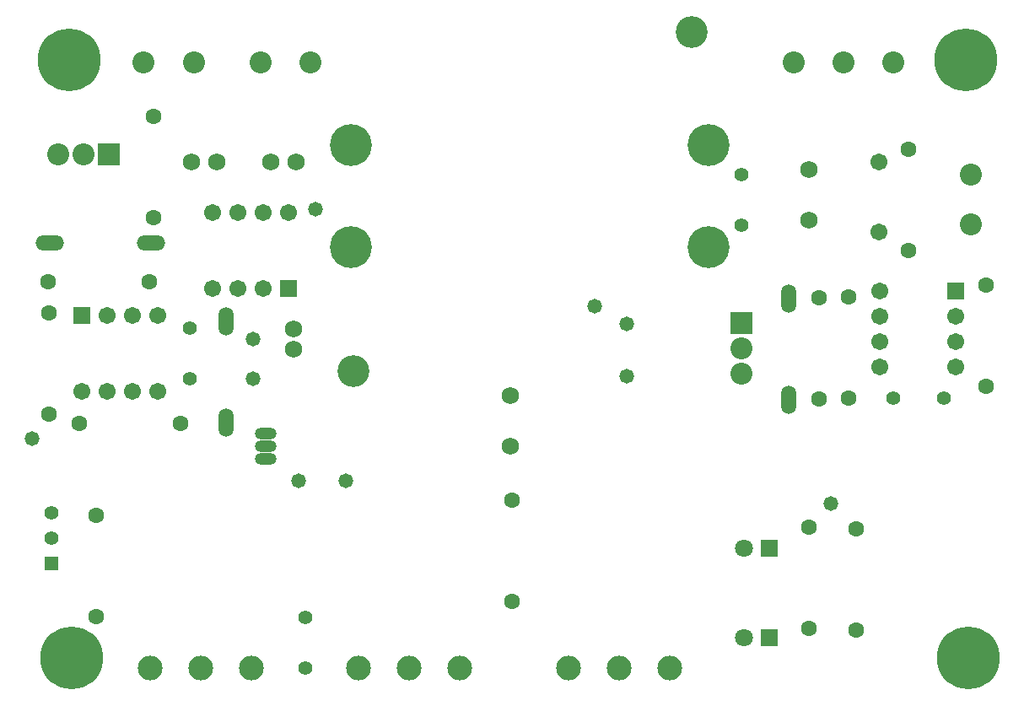
<source format=gbs>
G04*
G04 #@! TF.GenerationSoftware,Altium Limited,Altium Designer,18.0.7 (293)*
G04*
G04 Layer_Color=16711935*
%FSLAX43Y43*%
%MOMM*%
G71*
G01*
G75*
%ADD17R,2.203X2.203*%
%ADD18C,2.203*%
%ADD19O,1.524X2.845*%
%ADD20C,1.727*%
%ADD21C,1.603*%
%ADD22O,2.845X1.524*%
%ADD23C,6.303*%
%ADD24C,1.703*%
%ADD25C,4.203*%
%ADD26O,2.203X1.203*%
%ADD27O,2.203X1.203*%
%ADD28R,2.203X2.203*%
%ADD29C,1.403*%
%ADD30R,1.703X1.703*%
%ADD31R,1.703X1.703*%
%ADD32C,2.489*%
%ADD33R,1.803X1.803*%
%ADD34C,1.803*%
%ADD35R,1.403X1.403*%
%ADD36C,1.473*%
%ADD37C,3.203*%
D17*
X8750Y55500D02*
D03*
D18*
X6210D02*
D03*
X3670D02*
D03*
X17259Y64750D02*
D03*
X12250D02*
D03*
X29009D02*
D03*
X24000D02*
D03*
X77491Y64778D02*
D03*
X82500D02*
D03*
X87509D02*
D03*
X72250Y36068D02*
D03*
Y33528D02*
D03*
X95250Y53528D02*
D03*
Y48519D02*
D03*
D19*
X20478Y28578D02*
D03*
Y38738D02*
D03*
X77000Y41028D02*
D03*
Y30868D02*
D03*
D20*
X27250Y38016D02*
D03*
Y35984D02*
D03*
X25000Y54750D02*
D03*
X27540D02*
D03*
X79000Y48920D02*
D03*
Y54000D02*
D03*
X17000Y54750D02*
D03*
X19540D02*
D03*
X49000Y31330D02*
D03*
Y26250D02*
D03*
D21*
X13250Y59330D02*
D03*
Y49170D02*
D03*
X89000Y45920D02*
D03*
Y56080D02*
D03*
X15958Y28528D02*
D03*
X5798D02*
D03*
X80000Y30948D02*
D03*
Y41108D02*
D03*
X83000Y31028D02*
D03*
Y41188D02*
D03*
X96750Y42410D02*
D03*
Y32250D02*
D03*
X2750Y29448D02*
D03*
Y39608D02*
D03*
X12830Y42750D02*
D03*
X2670D02*
D03*
X49250Y10670D02*
D03*
Y20830D02*
D03*
X83750Y17910D02*
D03*
Y7750D02*
D03*
X79000Y7920D02*
D03*
Y18080D02*
D03*
X7500Y19330D02*
D03*
Y9170D02*
D03*
D22*
X2800Y46650D02*
D03*
X12960D02*
D03*
D23*
X4750Y65028D02*
D03*
X5000Y5000D02*
D03*
X94750Y65028D02*
D03*
X95000Y5000D02*
D03*
D24*
X86000Y54750D02*
D03*
Y47750D02*
D03*
X86130Y34158D02*
D03*
Y36698D02*
D03*
Y39238D02*
D03*
Y41778D02*
D03*
X93750Y34158D02*
D03*
Y36698D02*
D03*
Y39238D02*
D03*
X24250Y42028D02*
D03*
X21710D02*
D03*
X19170D02*
D03*
X26790Y49648D02*
D03*
X24250D02*
D03*
X21710D02*
D03*
X19170D02*
D03*
X13687Y31718D02*
D03*
X11147D02*
D03*
X8607D02*
D03*
X6067D02*
D03*
X13687Y39338D02*
D03*
X11147D02*
D03*
X8607D02*
D03*
D25*
X33000Y56500D02*
D03*
X68930D02*
D03*
X33000Y46250D02*
D03*
X68930D02*
D03*
D26*
X24500Y25000D02*
D03*
Y26270D02*
D03*
D27*
Y27540D02*
D03*
D28*
X72250Y38608D02*
D03*
D29*
X72250Y48460D02*
D03*
Y53540D02*
D03*
X92540Y31028D02*
D03*
X87460D02*
D03*
X16878Y32988D02*
D03*
Y38068D02*
D03*
X28500Y9040D02*
D03*
Y3960D02*
D03*
X3000Y19540D02*
D03*
Y17000D02*
D03*
D30*
X93750Y41778D02*
D03*
D31*
X26790Y42028D02*
D03*
X6067Y39338D02*
D03*
D32*
X12920Y4000D02*
D03*
X18000D02*
D03*
X23080D02*
D03*
X44000D02*
D03*
X38920D02*
D03*
X33840D02*
D03*
X54920D02*
D03*
X60000D02*
D03*
X65080D02*
D03*
D33*
X75000Y16000D02*
D03*
Y7000D02*
D03*
D34*
X72460Y16000D02*
D03*
Y7000D02*
D03*
D35*
X3000Y14460D02*
D03*
D36*
X32500Y22750D02*
D03*
X27750D02*
D03*
X81250Y20500D02*
D03*
X23250Y33000D02*
D03*
X29500Y50000D02*
D03*
X1000Y27000D02*
D03*
X23250Y37000D02*
D03*
X57500Y40250D02*
D03*
X60750Y38500D02*
D03*
Y33250D02*
D03*
D37*
X33250Y33778D02*
D03*
X67250Y67778D02*
D03*
M02*

</source>
